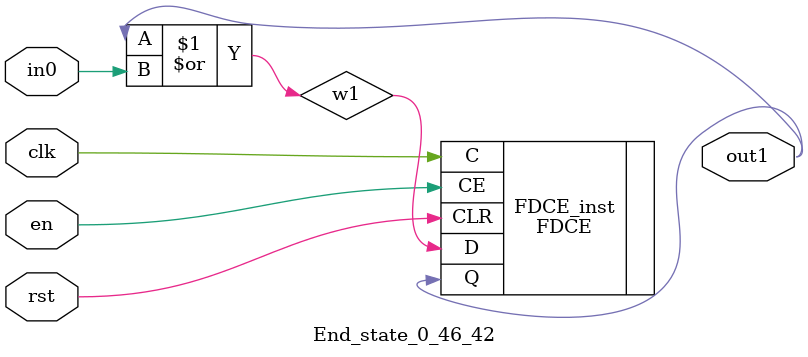
<source format=v>
module engine_0_46(out,clk,sod,en, in_1, in_4, in_5, in_7, in_8, in_15, in_16, in_17, in_18, in_21, in_22, in_25, in_29, in_30, in_32, in_35, in_100, in_101);
//pcre: /\<title\>Actual\s+Spy\s+software\s+report\<\x2Ftitle\>/smi
//block char: \x20[8], O[0], L[0], I[0], S[0], a[0], r[0], e[0], c[0], p[0], y[0], \x2F[8], u[0], t[0], w[0], f[0], \x3E[8], \x3C[8], 

	input clk,sod,en;

	input in_1, in_4, in_5, in_7, in_8, in_15, in_16, in_17, in_18, in_21, in_22, in_25, in_29, in_30, in_32, in_35, in_100, in_101;
	output out;

	assign w0 = 1'b1;
	state_0_46_1 BlockState_0_46_1 (w1,in_101,clk,en,sod,w0);
	state_0_46_2 BlockState_0_46_2 (w2,in_30,clk,en,sod,w1);
	state_0_46_3 BlockState_0_46_3 (w3,in_7,clk,en,sod,w2);
	state_0_46_4 BlockState_0_46_4 (w4,in_30,clk,en,sod,w3);
	state_0_46_5 BlockState_0_46_5 (w5,in_5,clk,en,sod,w4);
	state_0_46_6 BlockState_0_46_6 (w6,in_17,clk,en,sod,w5);
	state_0_46_7 BlockState_0_46_7 (w7,in_100,clk,en,sod,w6);
	state_0_46_8 BlockState_0_46_8 (w8,in_15,clk,en,sod,w7);
	state_0_46_9 BlockState_0_46_9 (w9,in_18,clk,en,sod,w8);
	state_0_46_10 BlockState_0_46_10 (w10,in_30,clk,en,sod,w9);
	state_0_46_11 BlockState_0_46_11 (w11,in_29,clk,en,sod,w10);
	state_0_46_12 BlockState_0_46_12 (w12,in_15,clk,en,sod,w11);
	state_0_46_13 BlockState_0_46_13 (w13,in_5,clk,en,sod,w12);
	state_0_46_14 BlockState_0_46_14 (w14,in_1,clk,en,sod,w14,w13);
	state_0_46_15 BlockState_0_46_15 (w15,in_8,clk,en,sod,w14);
	state_0_46_16 BlockState_0_46_16 (w16,in_21,clk,en,sod,w15);
	state_0_46_17 BlockState_0_46_17 (w17,in_22,clk,en,sod,w16);
	state_0_46_18 BlockState_0_46_18 (w18,in_1,clk,en,sod,w18,w17);
	state_0_46_19 BlockState_0_46_19 (w19,in_8,clk,en,sod,w18);
	state_0_46_20 BlockState_0_46_20 (w20,in_4,clk,en,sod,w19);
	state_0_46_21 BlockState_0_46_21 (w21,in_35,clk,en,sod,w20);
	state_0_46_22 BlockState_0_46_22 (w22,in_30,clk,en,sod,w21);
	state_0_46_23 BlockState_0_46_23 (w23,in_32,clk,en,sod,w22);
	state_0_46_24 BlockState_0_46_24 (w24,in_15,clk,en,sod,w23);
	state_0_46_25 BlockState_0_46_25 (w25,in_16,clk,en,sod,w24);
	state_0_46_26 BlockState_0_46_26 (w26,in_17,clk,en,sod,w25);
	state_0_46_27 BlockState_0_46_27 (w27,in_1,clk,en,sod,w27,w26);
	state_0_46_28 BlockState_0_46_28 (w28,in_16,clk,en,sod,w27);
	state_0_46_29 BlockState_0_46_29 (w29,in_17,clk,en,sod,w28);
	state_0_46_30 BlockState_0_46_30 (w30,in_21,clk,en,sod,w29);
	state_0_46_31 BlockState_0_46_31 (w31,in_4,clk,en,sod,w30);
	state_0_46_32 BlockState_0_46_32 (w32,in_16,clk,en,sod,w31);
	state_0_46_33 BlockState_0_46_33 (w33,in_30,clk,en,sod,w32);
	state_0_46_34 BlockState_0_46_34 (w34,in_101,clk,en,sod,w33);
	state_0_46_35 BlockState_0_46_35 (w35,in_25,clk,en,sod,w34);
	state_0_46_36 BlockState_0_46_36 (w36,in_30,clk,en,sod,w35);
	state_0_46_37 BlockState_0_46_37 (w37,in_7,clk,en,sod,w36);
	state_0_46_38 BlockState_0_46_38 (w38,in_30,clk,en,sod,w37);
	state_0_46_39 BlockState_0_46_39 (w39,in_5,clk,en,sod,w38);
	state_0_46_40 BlockState_0_46_40 (w40,in_17,clk,en,sod,w39);
	state_0_46_41 BlockState_0_46_41 (w41,in_100,clk,en,sod,w40);
	End_state_0_46_42 BlockState_0_46_42 (out,clk,en,sod,w41);
endmodule

module state_0_46_1(out1,in_char,clk,en,rst,in0);
	input in_char,clk,en,rst,in0;
	output out1;
	wire w1,w2;
	assign w1 = in0; 
	and(w2,in_char,w1);
	FDCE #(.INIT(1'b0)) FDCE_inst (
		.Q(out1),
		.C(clk),
		.CE(en),
		.CLR(rst),
		.D(w2)
);
endmodule

module state_0_46_2(out1,in_char,clk,en,rst,in0);
	input in_char,clk,en,rst,in0;
	output out1;
	wire w1,w2;
	assign w1 = in0; 
	and(w2,in_char,w1);
	FDCE #(.INIT(1'b0)) FDCE_inst (
		.Q(out1),
		.C(clk),
		.CE(en),
		.CLR(rst),
		.D(w2)
);
endmodule

module state_0_46_3(out1,in_char,clk,en,rst,in0);
	input in_char,clk,en,rst,in0;
	output out1;
	wire w1,w2;
	assign w1 = in0; 
	and(w2,in_char,w1);
	FDCE #(.INIT(1'b0)) FDCE_inst (
		.Q(out1),
		.C(clk),
		.CE(en),
		.CLR(rst),
		.D(w2)
);
endmodule

module state_0_46_4(out1,in_char,clk,en,rst,in0);
	input in_char,clk,en,rst,in0;
	output out1;
	wire w1,w2;
	assign w1 = in0; 
	and(w2,in_char,w1);
	FDCE #(.INIT(1'b0)) FDCE_inst (
		.Q(out1),
		.C(clk),
		.CE(en),
		.CLR(rst),
		.D(w2)
);
endmodule

module state_0_46_5(out1,in_char,clk,en,rst,in0);
	input in_char,clk,en,rst,in0;
	output out1;
	wire w1,w2;
	assign w1 = in0; 
	and(w2,in_char,w1);
	FDCE #(.INIT(1'b0)) FDCE_inst (
		.Q(out1),
		.C(clk),
		.CE(en),
		.CLR(rst),
		.D(w2)
);
endmodule

module state_0_46_6(out1,in_char,clk,en,rst,in0);
	input in_char,clk,en,rst,in0;
	output out1;
	wire w1,w2;
	assign w1 = in0; 
	and(w2,in_char,w1);
	FDCE #(.INIT(1'b0)) FDCE_inst (
		.Q(out1),
		.C(clk),
		.CE(en),
		.CLR(rst),
		.D(w2)
);
endmodule

module state_0_46_7(out1,in_char,clk,en,rst,in0);
	input in_char,clk,en,rst,in0;
	output out1;
	wire w1,w2;
	assign w1 = in0; 
	and(w2,in_char,w1);
	FDCE #(.INIT(1'b0)) FDCE_inst (
		.Q(out1),
		.C(clk),
		.CE(en),
		.CLR(rst),
		.D(w2)
);
endmodule

module state_0_46_8(out1,in_char,clk,en,rst,in0);
	input in_char,clk,en,rst,in0;
	output out1;
	wire w1,w2;
	assign w1 = in0; 
	and(w2,in_char,w1);
	FDCE #(.INIT(1'b0)) FDCE_inst (
		.Q(out1),
		.C(clk),
		.CE(en),
		.CLR(rst),
		.D(w2)
);
endmodule

module state_0_46_9(out1,in_char,clk,en,rst,in0);
	input in_char,clk,en,rst,in0;
	output out1;
	wire w1,w2;
	assign w1 = in0; 
	and(w2,in_char,w1);
	FDCE #(.INIT(1'b0)) FDCE_inst (
		.Q(out1),
		.C(clk),
		.CE(en),
		.CLR(rst),
		.D(w2)
);
endmodule

module state_0_46_10(out1,in_char,clk,en,rst,in0);
	input in_char,clk,en,rst,in0;
	output out1;
	wire w1,w2;
	assign w1 = in0; 
	and(w2,in_char,w1);
	FDCE #(.INIT(1'b0)) FDCE_inst (
		.Q(out1),
		.C(clk),
		.CE(en),
		.CLR(rst),
		.D(w2)
);
endmodule

module state_0_46_11(out1,in_char,clk,en,rst,in0);
	input in_char,clk,en,rst,in0;
	output out1;
	wire w1,w2;
	assign w1 = in0; 
	and(w2,in_char,w1);
	FDCE #(.INIT(1'b0)) FDCE_inst (
		.Q(out1),
		.C(clk),
		.CE(en),
		.CLR(rst),
		.D(w2)
);
endmodule

module state_0_46_12(out1,in_char,clk,en,rst,in0);
	input in_char,clk,en,rst,in0;
	output out1;
	wire w1,w2;
	assign w1 = in0; 
	and(w2,in_char,w1);
	FDCE #(.INIT(1'b0)) FDCE_inst (
		.Q(out1),
		.C(clk),
		.CE(en),
		.CLR(rst),
		.D(w2)
);
endmodule

module state_0_46_13(out1,in_char,clk,en,rst,in0);
	input in_char,clk,en,rst,in0;
	output out1;
	wire w1,w2;
	assign w1 = in0; 
	and(w2,in_char,w1);
	FDCE #(.INIT(1'b0)) FDCE_inst (
		.Q(out1),
		.C(clk),
		.CE(en),
		.CLR(rst),
		.D(w2)
);
endmodule

module state_0_46_14(out1,in_char,clk,en,rst,in0,in1);
	input in_char,clk,en,rst,in0,in1;
	output out1;
	wire w1,w2;
	or(w1,in0,in1);
	and(w2,in_char,w1);
	FDCE #(.INIT(1'b0)) FDCE_inst (
		.Q(out1),
		.C(clk),
		.CE(en),
		.CLR(rst),
		.D(w2)
);
endmodule

module state_0_46_15(out1,in_char,clk,en,rst,in0);
	input in_char,clk,en,rst,in0;
	output out1;
	wire w1,w2;
	assign w1 = in0; 
	and(w2,in_char,w1);
	FDCE #(.INIT(1'b0)) FDCE_inst (
		.Q(out1),
		.C(clk),
		.CE(en),
		.CLR(rst),
		.D(w2)
);
endmodule

module state_0_46_16(out1,in_char,clk,en,rst,in0);
	input in_char,clk,en,rst,in0;
	output out1;
	wire w1,w2;
	assign w1 = in0; 
	and(w2,in_char,w1);
	FDCE #(.INIT(1'b0)) FDCE_inst (
		.Q(out1),
		.C(clk),
		.CE(en),
		.CLR(rst),
		.D(w2)
);
endmodule

module state_0_46_17(out1,in_char,clk,en,rst,in0);
	input in_char,clk,en,rst,in0;
	output out1;
	wire w1,w2;
	assign w1 = in0; 
	and(w2,in_char,w1);
	FDCE #(.INIT(1'b0)) FDCE_inst (
		.Q(out1),
		.C(clk),
		.CE(en),
		.CLR(rst),
		.D(w2)
);
endmodule

module state_0_46_18(out1,in_char,clk,en,rst,in0,in1);
	input in_char,clk,en,rst,in0,in1;
	output out1;
	wire w1,w2;
	or(w1,in0,in1);
	and(w2,in_char,w1);
	FDCE #(.INIT(1'b0)) FDCE_inst (
		.Q(out1),
		.C(clk),
		.CE(en),
		.CLR(rst),
		.D(w2)
);
endmodule

module state_0_46_19(out1,in_char,clk,en,rst,in0);
	input in_char,clk,en,rst,in0;
	output out1;
	wire w1,w2;
	assign w1 = in0; 
	and(w2,in_char,w1);
	FDCE #(.INIT(1'b0)) FDCE_inst (
		.Q(out1),
		.C(clk),
		.CE(en),
		.CLR(rst),
		.D(w2)
);
endmodule

module state_0_46_20(out1,in_char,clk,en,rst,in0);
	input in_char,clk,en,rst,in0;
	output out1;
	wire w1,w2;
	assign w1 = in0; 
	and(w2,in_char,w1);
	FDCE #(.INIT(1'b0)) FDCE_inst (
		.Q(out1),
		.C(clk),
		.CE(en),
		.CLR(rst),
		.D(w2)
);
endmodule

module state_0_46_21(out1,in_char,clk,en,rst,in0);
	input in_char,clk,en,rst,in0;
	output out1;
	wire w1,w2;
	assign w1 = in0; 
	and(w2,in_char,w1);
	FDCE #(.INIT(1'b0)) FDCE_inst (
		.Q(out1),
		.C(clk),
		.CE(en),
		.CLR(rst),
		.D(w2)
);
endmodule

module state_0_46_22(out1,in_char,clk,en,rst,in0);
	input in_char,clk,en,rst,in0;
	output out1;
	wire w1,w2;
	assign w1 = in0; 
	and(w2,in_char,w1);
	FDCE #(.INIT(1'b0)) FDCE_inst (
		.Q(out1),
		.C(clk),
		.CE(en),
		.CLR(rst),
		.D(w2)
);
endmodule

module state_0_46_23(out1,in_char,clk,en,rst,in0);
	input in_char,clk,en,rst,in0;
	output out1;
	wire w1,w2;
	assign w1 = in0; 
	and(w2,in_char,w1);
	FDCE #(.INIT(1'b0)) FDCE_inst (
		.Q(out1),
		.C(clk),
		.CE(en),
		.CLR(rst),
		.D(w2)
);
endmodule

module state_0_46_24(out1,in_char,clk,en,rst,in0);
	input in_char,clk,en,rst,in0;
	output out1;
	wire w1,w2;
	assign w1 = in0; 
	and(w2,in_char,w1);
	FDCE #(.INIT(1'b0)) FDCE_inst (
		.Q(out1),
		.C(clk),
		.CE(en),
		.CLR(rst),
		.D(w2)
);
endmodule

module state_0_46_25(out1,in_char,clk,en,rst,in0);
	input in_char,clk,en,rst,in0;
	output out1;
	wire w1,w2;
	assign w1 = in0; 
	and(w2,in_char,w1);
	FDCE #(.INIT(1'b0)) FDCE_inst (
		.Q(out1),
		.C(clk),
		.CE(en),
		.CLR(rst),
		.D(w2)
);
endmodule

module state_0_46_26(out1,in_char,clk,en,rst,in0);
	input in_char,clk,en,rst,in0;
	output out1;
	wire w1,w2;
	assign w1 = in0; 
	and(w2,in_char,w1);
	FDCE #(.INIT(1'b0)) FDCE_inst (
		.Q(out1),
		.C(clk),
		.CE(en),
		.CLR(rst),
		.D(w2)
);
endmodule

module state_0_46_27(out1,in_char,clk,en,rst,in0,in1);
	input in_char,clk,en,rst,in0,in1;
	output out1;
	wire w1,w2;
	or(w1,in0,in1);
	and(w2,in_char,w1);
	FDCE #(.INIT(1'b0)) FDCE_inst (
		.Q(out1),
		.C(clk),
		.CE(en),
		.CLR(rst),
		.D(w2)
);
endmodule

module state_0_46_28(out1,in_char,clk,en,rst,in0);
	input in_char,clk,en,rst,in0;
	output out1;
	wire w1,w2;
	assign w1 = in0; 
	and(w2,in_char,w1);
	FDCE #(.INIT(1'b0)) FDCE_inst (
		.Q(out1),
		.C(clk),
		.CE(en),
		.CLR(rst),
		.D(w2)
);
endmodule

module state_0_46_29(out1,in_char,clk,en,rst,in0);
	input in_char,clk,en,rst,in0;
	output out1;
	wire w1,w2;
	assign w1 = in0; 
	and(w2,in_char,w1);
	FDCE #(.INIT(1'b0)) FDCE_inst (
		.Q(out1),
		.C(clk),
		.CE(en),
		.CLR(rst),
		.D(w2)
);
endmodule

module state_0_46_30(out1,in_char,clk,en,rst,in0);
	input in_char,clk,en,rst,in0;
	output out1;
	wire w1,w2;
	assign w1 = in0; 
	and(w2,in_char,w1);
	FDCE #(.INIT(1'b0)) FDCE_inst (
		.Q(out1),
		.C(clk),
		.CE(en),
		.CLR(rst),
		.D(w2)
);
endmodule

module state_0_46_31(out1,in_char,clk,en,rst,in0);
	input in_char,clk,en,rst,in0;
	output out1;
	wire w1,w2;
	assign w1 = in0; 
	and(w2,in_char,w1);
	FDCE #(.INIT(1'b0)) FDCE_inst (
		.Q(out1),
		.C(clk),
		.CE(en),
		.CLR(rst),
		.D(w2)
);
endmodule

module state_0_46_32(out1,in_char,clk,en,rst,in0);
	input in_char,clk,en,rst,in0;
	output out1;
	wire w1,w2;
	assign w1 = in0; 
	and(w2,in_char,w1);
	FDCE #(.INIT(1'b0)) FDCE_inst (
		.Q(out1),
		.C(clk),
		.CE(en),
		.CLR(rst),
		.D(w2)
);
endmodule

module state_0_46_33(out1,in_char,clk,en,rst,in0);
	input in_char,clk,en,rst,in0;
	output out1;
	wire w1,w2;
	assign w1 = in0; 
	and(w2,in_char,w1);
	FDCE #(.INIT(1'b0)) FDCE_inst (
		.Q(out1),
		.C(clk),
		.CE(en),
		.CLR(rst),
		.D(w2)
);
endmodule

module state_0_46_34(out1,in_char,clk,en,rst,in0);
	input in_char,clk,en,rst,in0;
	output out1;
	wire w1,w2;
	assign w1 = in0; 
	and(w2,in_char,w1);
	FDCE #(.INIT(1'b0)) FDCE_inst (
		.Q(out1),
		.C(clk),
		.CE(en),
		.CLR(rst),
		.D(w2)
);
endmodule

module state_0_46_35(out1,in_char,clk,en,rst,in0);
	input in_char,clk,en,rst,in0;
	output out1;
	wire w1,w2;
	assign w1 = in0; 
	and(w2,in_char,w1);
	FDCE #(.INIT(1'b0)) FDCE_inst (
		.Q(out1),
		.C(clk),
		.CE(en),
		.CLR(rst),
		.D(w2)
);
endmodule

module state_0_46_36(out1,in_char,clk,en,rst,in0);
	input in_char,clk,en,rst,in0;
	output out1;
	wire w1,w2;
	assign w1 = in0; 
	and(w2,in_char,w1);
	FDCE #(.INIT(1'b0)) FDCE_inst (
		.Q(out1),
		.C(clk),
		.CE(en),
		.CLR(rst),
		.D(w2)
);
endmodule

module state_0_46_37(out1,in_char,clk,en,rst,in0);
	input in_char,clk,en,rst,in0;
	output out1;
	wire w1,w2;
	assign w1 = in0; 
	and(w2,in_char,w1);
	FDCE #(.INIT(1'b0)) FDCE_inst (
		.Q(out1),
		.C(clk),
		.CE(en),
		.CLR(rst),
		.D(w2)
);
endmodule

module state_0_46_38(out1,in_char,clk,en,rst,in0);
	input in_char,clk,en,rst,in0;
	output out1;
	wire w1,w2;
	assign w1 = in0; 
	and(w2,in_char,w1);
	FDCE #(.INIT(1'b0)) FDCE_inst (
		.Q(out1),
		.C(clk),
		.CE(en),
		.CLR(rst),
		.D(w2)
);
endmodule

module state_0_46_39(out1,in_char,clk,en,rst,in0);
	input in_char,clk,en,rst,in0;
	output out1;
	wire w1,w2;
	assign w1 = in0; 
	and(w2,in_char,w1);
	FDCE #(.INIT(1'b0)) FDCE_inst (
		.Q(out1),
		.C(clk),
		.CE(en),
		.CLR(rst),
		.D(w2)
);
endmodule

module state_0_46_40(out1,in_char,clk,en,rst,in0);
	input in_char,clk,en,rst,in0;
	output out1;
	wire w1,w2;
	assign w1 = in0; 
	and(w2,in_char,w1);
	FDCE #(.INIT(1'b0)) FDCE_inst (
		.Q(out1),
		.C(clk),
		.CE(en),
		.CLR(rst),
		.D(w2)
);
endmodule

module state_0_46_41(out1,in_char,clk,en,rst,in0);
	input in_char,clk,en,rst,in0;
	output out1;
	wire w1,w2;
	assign w1 = in0; 
	and(w2,in_char,w1);
	FDCE #(.INIT(1'b0)) FDCE_inst (
		.Q(out1),
		.C(clk),
		.CE(en),
		.CLR(rst),
		.D(w2)
);
endmodule

module End_state_0_46_42(out1,clk,en,rst,in0);
	input clk,rst,en,in0;
	output out1;
	wire w1;
	or(w1,out1,in0);
	FDCE #(.INIT(1'b0)) FDCE_inst (
		.Q(out1),
		.C(clk),
		.CE(en),
		.CLR(rst),
		.D(w1)
);
endmodule


</source>
